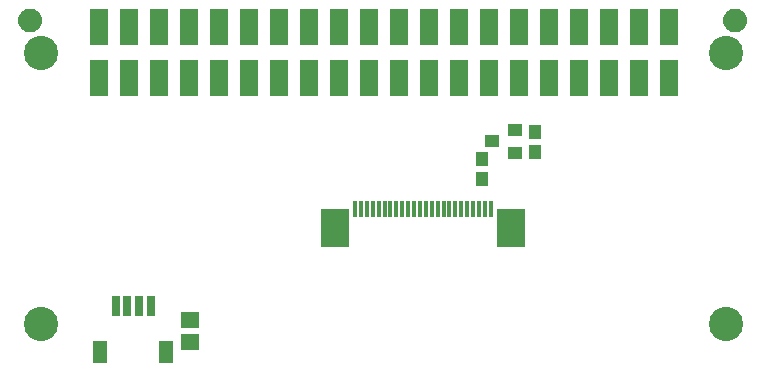
<source format=gbr>
G04 EAGLE Gerber RS-274X export*
G75*
%MOMM*%
%FSLAX34Y34*%
%LPD*%
%INSoldermask Bottom*%
%IPPOS*%
%AMOC8*
5,1,8,0,0,1.08239X$1,22.5*%
G01*
%ADD10C,2.901600*%
%ADD11R,1.625600X3.149600*%
%ADD12C,1.101600*%
%ADD13C,0.500000*%
%ADD14R,1.301600X1.101600*%
%ADD15R,1.101600X1.176600*%
%ADD16R,0.381600X1.351600*%
%ADD17R,2.401600X3.201600*%
%ADD18R,0.701600X1.651600*%
%ADD19R,1.301600X1.901600*%
%ADD20R,1.601600X1.341600*%


D10*
X35254Y35000D03*
X35254Y265000D03*
X615254Y265000D03*
X615254Y35000D03*
D11*
X83950Y243394D03*
X83950Y286574D03*
X109350Y243394D03*
X109350Y286574D03*
X134750Y286574D03*
X134750Y243394D03*
X160150Y286574D03*
X160150Y243394D03*
X185550Y286574D03*
X185550Y243394D03*
X210950Y286574D03*
X210950Y243394D03*
X236350Y286574D03*
X236350Y243394D03*
X261750Y286574D03*
X261750Y243394D03*
X287150Y286574D03*
X287150Y243394D03*
X312550Y286574D03*
X312550Y243394D03*
X337950Y286574D03*
X337950Y243394D03*
X363350Y286574D03*
X363350Y243394D03*
X388750Y286574D03*
X388750Y243394D03*
X414150Y286574D03*
X414150Y243394D03*
X439550Y286574D03*
X439550Y243394D03*
X464950Y286574D03*
X464950Y243394D03*
X490350Y286574D03*
X490350Y243394D03*
X515750Y286574D03*
X515750Y243394D03*
X541150Y286574D03*
X541150Y243394D03*
X566550Y286574D03*
X566550Y243394D03*
D12*
X25654Y292100D03*
D13*
X33154Y292100D02*
X33152Y292281D01*
X33145Y292462D01*
X33134Y292643D01*
X33119Y292824D01*
X33099Y293004D01*
X33075Y293184D01*
X33047Y293363D01*
X33014Y293541D01*
X32977Y293718D01*
X32936Y293895D01*
X32891Y294070D01*
X32841Y294245D01*
X32787Y294418D01*
X32729Y294589D01*
X32667Y294760D01*
X32600Y294928D01*
X32530Y295095D01*
X32456Y295261D01*
X32377Y295424D01*
X32295Y295585D01*
X32209Y295745D01*
X32119Y295902D01*
X32025Y296057D01*
X31928Y296210D01*
X31826Y296360D01*
X31722Y296508D01*
X31613Y296654D01*
X31502Y296796D01*
X31386Y296936D01*
X31268Y297073D01*
X31146Y297208D01*
X31021Y297339D01*
X30893Y297467D01*
X30762Y297592D01*
X30627Y297714D01*
X30490Y297832D01*
X30350Y297948D01*
X30208Y298059D01*
X30062Y298168D01*
X29914Y298272D01*
X29764Y298374D01*
X29611Y298471D01*
X29456Y298565D01*
X29299Y298655D01*
X29139Y298741D01*
X28978Y298823D01*
X28815Y298902D01*
X28649Y298976D01*
X28482Y299046D01*
X28314Y299113D01*
X28143Y299175D01*
X27972Y299233D01*
X27799Y299287D01*
X27624Y299337D01*
X27449Y299382D01*
X27272Y299423D01*
X27095Y299460D01*
X26917Y299493D01*
X26738Y299521D01*
X26558Y299545D01*
X26378Y299565D01*
X26197Y299580D01*
X26016Y299591D01*
X25835Y299598D01*
X25654Y299600D01*
X25473Y299598D01*
X25292Y299591D01*
X25111Y299580D01*
X24930Y299565D01*
X24750Y299545D01*
X24570Y299521D01*
X24391Y299493D01*
X24213Y299460D01*
X24036Y299423D01*
X23859Y299382D01*
X23684Y299337D01*
X23509Y299287D01*
X23336Y299233D01*
X23165Y299175D01*
X22994Y299113D01*
X22826Y299046D01*
X22659Y298976D01*
X22493Y298902D01*
X22330Y298823D01*
X22169Y298741D01*
X22009Y298655D01*
X21852Y298565D01*
X21697Y298471D01*
X21544Y298374D01*
X21394Y298272D01*
X21246Y298168D01*
X21100Y298059D01*
X20958Y297948D01*
X20818Y297832D01*
X20681Y297714D01*
X20546Y297592D01*
X20415Y297467D01*
X20287Y297339D01*
X20162Y297208D01*
X20040Y297073D01*
X19922Y296936D01*
X19806Y296796D01*
X19695Y296654D01*
X19586Y296508D01*
X19482Y296360D01*
X19380Y296210D01*
X19283Y296057D01*
X19189Y295902D01*
X19099Y295745D01*
X19013Y295585D01*
X18931Y295424D01*
X18852Y295261D01*
X18778Y295095D01*
X18708Y294928D01*
X18641Y294760D01*
X18579Y294589D01*
X18521Y294418D01*
X18467Y294245D01*
X18417Y294070D01*
X18372Y293895D01*
X18331Y293718D01*
X18294Y293541D01*
X18261Y293363D01*
X18233Y293184D01*
X18209Y293004D01*
X18189Y292824D01*
X18174Y292643D01*
X18163Y292462D01*
X18156Y292281D01*
X18154Y292100D01*
X18156Y291919D01*
X18163Y291738D01*
X18174Y291557D01*
X18189Y291376D01*
X18209Y291196D01*
X18233Y291016D01*
X18261Y290837D01*
X18294Y290659D01*
X18331Y290482D01*
X18372Y290305D01*
X18417Y290130D01*
X18467Y289955D01*
X18521Y289782D01*
X18579Y289611D01*
X18641Y289440D01*
X18708Y289272D01*
X18778Y289105D01*
X18852Y288939D01*
X18931Y288776D01*
X19013Y288615D01*
X19099Y288455D01*
X19189Y288298D01*
X19283Y288143D01*
X19380Y287990D01*
X19482Y287840D01*
X19586Y287692D01*
X19695Y287546D01*
X19806Y287404D01*
X19922Y287264D01*
X20040Y287127D01*
X20162Y286992D01*
X20287Y286861D01*
X20415Y286733D01*
X20546Y286608D01*
X20681Y286486D01*
X20818Y286368D01*
X20958Y286252D01*
X21100Y286141D01*
X21246Y286032D01*
X21394Y285928D01*
X21544Y285826D01*
X21697Y285729D01*
X21852Y285635D01*
X22009Y285545D01*
X22169Y285459D01*
X22330Y285377D01*
X22493Y285298D01*
X22659Y285224D01*
X22826Y285154D01*
X22994Y285087D01*
X23165Y285025D01*
X23336Y284967D01*
X23509Y284913D01*
X23684Y284863D01*
X23859Y284818D01*
X24036Y284777D01*
X24213Y284740D01*
X24391Y284707D01*
X24570Y284679D01*
X24750Y284655D01*
X24930Y284635D01*
X25111Y284620D01*
X25292Y284609D01*
X25473Y284602D01*
X25654Y284600D01*
X25835Y284602D01*
X26016Y284609D01*
X26197Y284620D01*
X26378Y284635D01*
X26558Y284655D01*
X26738Y284679D01*
X26917Y284707D01*
X27095Y284740D01*
X27272Y284777D01*
X27449Y284818D01*
X27624Y284863D01*
X27799Y284913D01*
X27972Y284967D01*
X28143Y285025D01*
X28314Y285087D01*
X28482Y285154D01*
X28649Y285224D01*
X28815Y285298D01*
X28978Y285377D01*
X29139Y285459D01*
X29299Y285545D01*
X29456Y285635D01*
X29611Y285729D01*
X29764Y285826D01*
X29914Y285928D01*
X30062Y286032D01*
X30208Y286141D01*
X30350Y286252D01*
X30490Y286368D01*
X30627Y286486D01*
X30762Y286608D01*
X30893Y286733D01*
X31021Y286861D01*
X31146Y286992D01*
X31268Y287127D01*
X31386Y287264D01*
X31502Y287404D01*
X31613Y287546D01*
X31722Y287692D01*
X31826Y287840D01*
X31928Y287990D01*
X32025Y288143D01*
X32119Y288298D01*
X32209Y288455D01*
X32295Y288615D01*
X32377Y288776D01*
X32456Y288939D01*
X32530Y289105D01*
X32600Y289272D01*
X32667Y289440D01*
X32729Y289611D01*
X32787Y289782D01*
X32841Y289955D01*
X32891Y290130D01*
X32936Y290305D01*
X32977Y290482D01*
X33014Y290659D01*
X33047Y290837D01*
X33075Y291016D01*
X33099Y291196D01*
X33119Y291376D01*
X33134Y291557D01*
X33145Y291738D01*
X33152Y291919D01*
X33154Y292100D01*
D12*
X622554Y292100D03*
D13*
X630054Y292100D02*
X630052Y292281D01*
X630045Y292462D01*
X630034Y292643D01*
X630019Y292824D01*
X629999Y293004D01*
X629975Y293184D01*
X629947Y293363D01*
X629914Y293541D01*
X629877Y293718D01*
X629836Y293895D01*
X629791Y294070D01*
X629741Y294245D01*
X629687Y294418D01*
X629629Y294589D01*
X629567Y294760D01*
X629500Y294928D01*
X629430Y295095D01*
X629356Y295261D01*
X629277Y295424D01*
X629195Y295585D01*
X629109Y295745D01*
X629019Y295902D01*
X628925Y296057D01*
X628828Y296210D01*
X628726Y296360D01*
X628622Y296508D01*
X628513Y296654D01*
X628402Y296796D01*
X628286Y296936D01*
X628168Y297073D01*
X628046Y297208D01*
X627921Y297339D01*
X627793Y297467D01*
X627662Y297592D01*
X627527Y297714D01*
X627390Y297832D01*
X627250Y297948D01*
X627108Y298059D01*
X626962Y298168D01*
X626814Y298272D01*
X626664Y298374D01*
X626511Y298471D01*
X626356Y298565D01*
X626199Y298655D01*
X626039Y298741D01*
X625878Y298823D01*
X625715Y298902D01*
X625549Y298976D01*
X625382Y299046D01*
X625214Y299113D01*
X625043Y299175D01*
X624872Y299233D01*
X624699Y299287D01*
X624524Y299337D01*
X624349Y299382D01*
X624172Y299423D01*
X623995Y299460D01*
X623817Y299493D01*
X623638Y299521D01*
X623458Y299545D01*
X623278Y299565D01*
X623097Y299580D01*
X622916Y299591D01*
X622735Y299598D01*
X622554Y299600D01*
X622373Y299598D01*
X622192Y299591D01*
X622011Y299580D01*
X621830Y299565D01*
X621650Y299545D01*
X621470Y299521D01*
X621291Y299493D01*
X621113Y299460D01*
X620936Y299423D01*
X620759Y299382D01*
X620584Y299337D01*
X620409Y299287D01*
X620236Y299233D01*
X620065Y299175D01*
X619894Y299113D01*
X619726Y299046D01*
X619559Y298976D01*
X619393Y298902D01*
X619230Y298823D01*
X619069Y298741D01*
X618909Y298655D01*
X618752Y298565D01*
X618597Y298471D01*
X618444Y298374D01*
X618294Y298272D01*
X618146Y298168D01*
X618000Y298059D01*
X617858Y297948D01*
X617718Y297832D01*
X617581Y297714D01*
X617446Y297592D01*
X617315Y297467D01*
X617187Y297339D01*
X617062Y297208D01*
X616940Y297073D01*
X616822Y296936D01*
X616706Y296796D01*
X616595Y296654D01*
X616486Y296508D01*
X616382Y296360D01*
X616280Y296210D01*
X616183Y296057D01*
X616089Y295902D01*
X615999Y295745D01*
X615913Y295585D01*
X615831Y295424D01*
X615752Y295261D01*
X615678Y295095D01*
X615608Y294928D01*
X615541Y294760D01*
X615479Y294589D01*
X615421Y294418D01*
X615367Y294245D01*
X615317Y294070D01*
X615272Y293895D01*
X615231Y293718D01*
X615194Y293541D01*
X615161Y293363D01*
X615133Y293184D01*
X615109Y293004D01*
X615089Y292824D01*
X615074Y292643D01*
X615063Y292462D01*
X615056Y292281D01*
X615054Y292100D01*
X615056Y291919D01*
X615063Y291738D01*
X615074Y291557D01*
X615089Y291376D01*
X615109Y291196D01*
X615133Y291016D01*
X615161Y290837D01*
X615194Y290659D01*
X615231Y290482D01*
X615272Y290305D01*
X615317Y290130D01*
X615367Y289955D01*
X615421Y289782D01*
X615479Y289611D01*
X615541Y289440D01*
X615608Y289272D01*
X615678Y289105D01*
X615752Y288939D01*
X615831Y288776D01*
X615913Y288615D01*
X615999Y288455D01*
X616089Y288298D01*
X616183Y288143D01*
X616280Y287990D01*
X616382Y287840D01*
X616486Y287692D01*
X616595Y287546D01*
X616706Y287404D01*
X616822Y287264D01*
X616940Y287127D01*
X617062Y286992D01*
X617187Y286861D01*
X617315Y286733D01*
X617446Y286608D01*
X617581Y286486D01*
X617718Y286368D01*
X617858Y286252D01*
X618000Y286141D01*
X618146Y286032D01*
X618294Y285928D01*
X618444Y285826D01*
X618597Y285729D01*
X618752Y285635D01*
X618909Y285545D01*
X619069Y285459D01*
X619230Y285377D01*
X619393Y285298D01*
X619559Y285224D01*
X619726Y285154D01*
X619894Y285087D01*
X620065Y285025D01*
X620236Y284967D01*
X620409Y284913D01*
X620584Y284863D01*
X620759Y284818D01*
X620936Y284777D01*
X621113Y284740D01*
X621291Y284707D01*
X621470Y284679D01*
X621650Y284655D01*
X621830Y284635D01*
X622011Y284620D01*
X622192Y284609D01*
X622373Y284602D01*
X622554Y284600D01*
X622735Y284602D01*
X622916Y284609D01*
X623097Y284620D01*
X623278Y284635D01*
X623458Y284655D01*
X623638Y284679D01*
X623817Y284707D01*
X623995Y284740D01*
X624172Y284777D01*
X624349Y284818D01*
X624524Y284863D01*
X624699Y284913D01*
X624872Y284967D01*
X625043Y285025D01*
X625214Y285087D01*
X625382Y285154D01*
X625549Y285224D01*
X625715Y285298D01*
X625878Y285377D01*
X626039Y285459D01*
X626199Y285545D01*
X626356Y285635D01*
X626511Y285729D01*
X626664Y285826D01*
X626814Y285928D01*
X626962Y286032D01*
X627108Y286141D01*
X627250Y286252D01*
X627390Y286368D01*
X627527Y286486D01*
X627662Y286608D01*
X627793Y286733D01*
X627921Y286861D01*
X628046Y286992D01*
X628168Y287127D01*
X628286Y287264D01*
X628402Y287404D01*
X628513Y287546D01*
X628622Y287692D01*
X628726Y287840D01*
X628828Y287990D01*
X628925Y288143D01*
X629019Y288298D01*
X629109Y288455D01*
X629195Y288615D01*
X629277Y288776D01*
X629356Y288939D01*
X629430Y289105D01*
X629500Y289272D01*
X629567Y289440D01*
X629629Y289611D01*
X629687Y289782D01*
X629741Y289955D01*
X629791Y290130D01*
X629836Y290305D01*
X629877Y290482D01*
X629914Y290659D01*
X629947Y290837D01*
X629975Y291016D01*
X629999Y291196D01*
X630019Y291376D01*
X630034Y291557D01*
X630045Y291738D01*
X630052Y291919D01*
X630054Y292100D01*
D14*
X416600Y189700D03*
X436600Y180200D03*
X436600Y199200D03*
D15*
X408350Y175180D03*
X408350Y158180D03*
D16*
X300770Y132700D03*
X305770Y132700D03*
X310770Y132700D03*
X315770Y132700D03*
X320770Y132700D03*
X325770Y132700D03*
X330770Y132700D03*
X335770Y132700D03*
X340770Y132700D03*
X345770Y132700D03*
X350770Y132700D03*
X355770Y132700D03*
X360770Y132700D03*
X365770Y132700D03*
X370770Y132700D03*
X375770Y132700D03*
X380770Y132700D03*
X385770Y132700D03*
X390770Y132700D03*
X395770Y132700D03*
X400770Y132700D03*
X405770Y132700D03*
X410770Y132700D03*
X415770Y132700D03*
D17*
X432470Y116140D03*
X284070Y116140D03*
D15*
X453390Y180730D03*
X453390Y197730D03*
D18*
X118030Y50540D03*
X108030Y50540D03*
X128030Y50540D03*
X98030Y50540D03*
D19*
X141030Y11540D03*
X85030Y11540D03*
D20*
X161290Y19710D03*
X161290Y38710D03*
M02*

</source>
